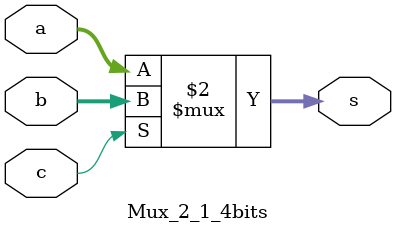
<source format=v>
module Mux_2_1_4bits (

input [3:0]a,b,
input c,

output [3:0]s);

assign s=(c==1'b0)?a:b;

endmodule
</source>
